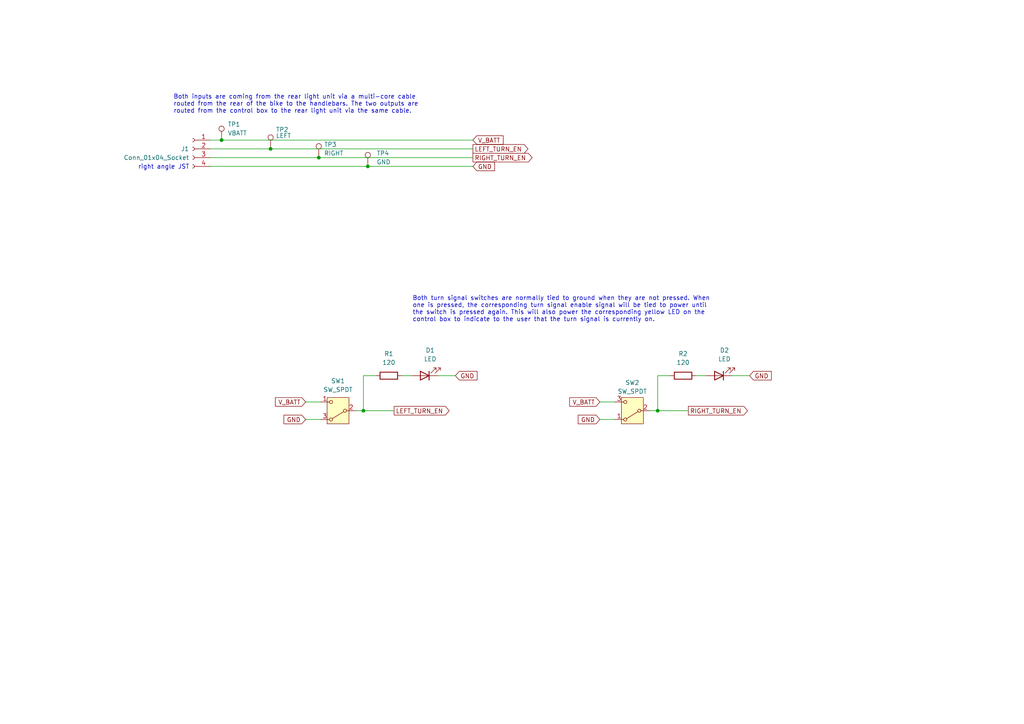
<source format=kicad_sch>
(kicad_sch (version 20231120) (generator "eeschema") (generator_version "8.0")
  (paper "A4")
  (title_block (title "FarrhadTech Rear Lights Unit Control Box") (date "2025-03-31"))
  (lib_symbols
    (symbol "Connector:Conn_01x04_Socket" (pin_names (offset 1.016) hide)
      (property "Reference" "J1" (at 1.016 0.0001 0))
      (property "Value" "Conn_01x04_Socket" (at 1.016 -2.5399 0))
      (symbol "Conn_01x04_Socket_1_1"
        (arc (start 0 -4.572) (mid -0.5058 -5.08) (end 0 -5.588) (stroke (width 0.1524)))
        (arc (start 0 -2.032) (mid -0.5058 -2.54) (end 0 -3.048) (stroke (width 0.1524)))
        (polyline (pts (xy -1.27 -5.08) (xy -0.508 -5.08)) (stroke (width 0.1524)))
        (polyline (pts (xy -1.27 -2.54) (xy -0.508 -2.54)) (stroke (width 0.1524)))
        (polyline (pts (xy -1.27 0) (xy -0.508 0)) (stroke (width 0.1524)))
        (polyline (pts (xy -1.27 2.54) (xy -0.508 2.54)) (stroke (width 0.1524)))
        (arc (start 0 0.508) (mid -0.5058 0) (end 0 -0.508) (stroke (width 0.1524)))
        (arc (start 0 3.048) (mid -0.5058 2.54) (end 0 2.032) (stroke (width 0.1524)))
        (pin passive line (at -5.08 2.54 0) (length 3.81) (name "Pin_1") (number "1"))
        (pin passive line (at -5.08 0 0) (length 3.81) (name "Pin_2") (number "2"))
        (pin passive line (at -5.08 -2.54 0) (length 3.81) (name "Pin_3") (number "3"))
        (pin passive line (at -5.08 -5.08 0) (length 3.81) (name "Pin_4") (number "4"))
      )
    )
    (symbol "Connector:TestPoint" (pin_numbers hide) (pin_names (offset 0.762) hide)
      (property "Reference" "TP" (at 0 6.858 0))
      (property "Value" "TestPoint" (at 0 5.08 0))
      (symbol "TestPoint_0_1"
        (circle (center 0 3.302) (radius 0.762))
      )
      (symbol "TestPoint_1_1"
        (pin passive line (at 0 0 90) (length 2.54) (name "1") (number "1"))
      )
    )
    (symbol "Device:LED" (pin_numbers hide) (pin_names (offset 1.016) hide)
      (property "Reference" "D" (at 0 2.54 0))
      (property "Value" "LED" (at 0 -2.54 0))
      (symbol "LED_0_1"
        (polyline (pts (xy -1.27 -1.27) (xy -1.27 1.27)) (stroke (width 0.254)))
        (polyline (pts (xy -1.27 0) (xy 1.27 0)))
        (polyline (pts (xy 1.27 -1.27) (xy 1.27 1.27) (xy -1.27 0) (xy 1.27 -1.27)) (stroke (width 0.254)))
        (polyline (pts (xy -3.048 -0.762) (xy -4.572 -2.286) (xy -3.81 -2.286) (xy -4.572 -2.286) (xy -4.572 -1.524)))
        (polyline (pts (xy -1.778 -0.762) (xy -3.302 -2.286) (xy -2.54 -2.286) (xy -3.302 -2.286) (xy -3.302 -1.524)))
      )
      (symbol "LED_1_1"
        (pin passive line (at -3.81 0 0) (length 2.54) (name "K") (number "1"))
        (pin passive line (at 3.81 0 180) (length 2.54) (name "A") (number "2"))
      )
    )
    (symbol "Device:R" (pin_numbers hide) (pin_names (offset 0))
      (property "Reference" "R" (at 2.032 0 90))
      (property "Value" "R" (at 0 0 90))
      (symbol "R_0_1"
        (rectangle (start -1.016 -2.54) (end 1.016 2.54) (stroke (width 0.254)))
      )
      (symbol "R_1_1"
        (pin passive line (at 0 3.81 270) (length 1.27) (name "~") (number "1"))
        (pin passive line (at 0 -3.81 90) (length 1.27) (name "~") (number "2"))
      )
    )
    (symbol "FarrhadTech:SW_SPDT" (pin_names (offset 0) hide)
      (property "Reference" "SW" (at 0 5.08 0))
      (property "Value" "SW_SPDT" (at 0 -5.08 0))
      (symbol "SW_SPDT_0_1"
        (circle (center -2.032 0) (radius 0.4572))
        (polyline (pts (xy -1.651 0.254) (xy 1.651 2.286)))
        (circle (center 2.032 -2.54) (radius 0.4572))
        (circle (center 2.032 2.54) (radius 0.4572))
      )
      (symbol "SW_SPDT_1_1"
        (rectangle (start -3.175 3.81) (end 3.175 -3.81) (fill (type background)))
        (pin passive line (at 5.08 -2.54 180) (length 2.54) (name "C") (number "1"))
        (pin passive line (at -5.08 0 0) (length 2.54) (name "B") (number "2"))
        (pin passive line (at 5.08 2.54 180) (length 2.54) (name "A") (number "3"))
      )
    )
    (symbol "Switch:SW_SPDT" (pin_names (offset 0) hide)
      (property "Reference" "SW" (at 0 5.08 0))
      (property "Value" "SW_SPDT" (at 0 -5.08 0))
      (symbol "SW_SPDT_0_1"
        (circle (center -2.032 0) (radius 0.4572))
        (polyline (pts (xy -1.651 0.254) (xy 1.651 2.286)))
        (circle (center 2.032 -2.54) (radius 0.4572))
        (circle (center 2.032 2.54) (radius 0.4572))
      )
      (symbol "SW_SPDT_1_1"
        (rectangle (start -3.175 3.81) (end 3.175 -3.81) (fill (type background)))
        (pin passive line (at 5.08 2.54 180) (length 2.54) (name "A") (number "1"))
        (pin passive line (at -5.08 0 0) (length 2.54) (name "B") (number "2"))
        (pin passive line (at 5.08 -2.54 180) (length 2.54) (name "C") (number "3"))
      )
    )
  )
  (junction (at 78.486 43.18))
  (junction (at 190.754 119.126))
  (junction (at 106.68 48.26))
  (junction (at 64.262 40.64))
  (junction (at 92.456 45.72))
  (junction (at 105.41 119.126))
  (wire (pts (xy 60.96 48.26) (xy 106.68 48.26)))
  (wire (pts (xy 64.262 40.64) (xy 137.16 40.64)))
  (wire (pts (xy 103.124 119.126) (xy 105.41 119.126)))
  (wire (pts (xy 188.468 119.126) (xy 190.754 119.126)))
  (wire (pts (xy 60.96 45.72) (xy 92.456 45.72)))
  (wire (pts (xy 60.96 43.18) (xy 78.486 43.18)))
  (wire (pts (xy 92.456 45.72) (xy 137.16 45.72)))
  (wire (pts (xy 190.754 108.966) (xy 190.754 119.126)))
  (wire (pts (xy 194.31 108.966) (xy 190.754 108.966)))
  (wire (pts (xy 105.41 108.966) (xy 105.41 119.126)))
  (wire (pts (xy 78.486 43.18) (xy 137.16 43.18)))
  (wire (pts (xy 127 108.966) (xy 132.08 108.966)))
  (wire (pts (xy 173.99 116.586) (xy 178.308 116.586)))
  (wire (pts (xy 60.96 40.64) (xy 64.262 40.64)))
  (wire (pts (xy 105.41 119.126) (xy 114.3 119.126)))
  (wire (pts (xy 106.68 48.26) (xy 137.16 48.26)))
  (wire (pts (xy 108.966 108.966) (xy 105.41 108.966)))
  (wire (pts (xy 88.646 116.586) (xy 92.964 116.586)))
  (wire (pts (xy 88.646 121.666) (xy 92.964 121.666)))
  (wire (pts (xy 173.99 121.666) (xy 178.308 121.666)))
  (wire (pts (xy 201.93 108.966) (xy 204.724 108.966)))
  (wire (pts (xy 190.754 119.126) (xy 199.644 119.126)))
  (wire (pts (xy 212.344 108.966) (xy 217.424 108.966)))
  (wire (pts (xy 116.586 108.966) (xy 119.38 108.966)))
  (text "Both turn signal switches are normally tied to ground when they are not pressed. When \none is pressed, the corresponding turn signal enable signal will be tied to power until \nthe switch is pressed again. This will also power the corresponding yellow LED on the \ncontrol box to indicate to the user that the turn signal is currently on." (at 119.634 89.662 0) (effects (font (size 1.27 1.27)) (justify left)))
  (text "Both inputs are coming from the rear light unit via a multi-core cable \nrouted from the rear of the bike to the handlebars. The two outputs are \nrouted from the control box to the rear light unit via the same cable." (at 50.292 30.226 0) (effects (font (size 1.27 1.27)) (justify left)))
  (text "right angle JST" (at 47.498 48.514 0) (effects (font (size 1.27 1.27))))
  (global_label "LEFT_TURN_EN" (shape output) (at 137.16 43.18 0) (property "Intersheetrefs" "${INTERSHEET_REFS}" (effects (hide yes))))
  (global_label "RIGHT_TURN_EN" (shape output) (at 199.644 119.126 0) (property "Intersheetrefs" "${INTERSHEET_REFS}" (effects (hide yes))))
  (global_label "GND" (shape input) (at 88.646 121.666 180) (property "Intersheetrefs" "${INTERSHEET_REFS}" (effects (hide yes))))
  (global_label "V_BATT" (shape input) (at 137.16 40.64 0) (property "Intersheetrefs" "${INTERSHEET_REFS}" (effects (hide yes))))
  (global_label "GND" (shape input) (at 173.99 121.666 180) (property "Intersheetrefs" "${INTERSHEET_REFS}" (effects (hide yes))))
  (global_label "GND" (shape input) (at 132.08 108.966 0) (property "Intersheetrefs" "${INTERSHEET_REFS}" (effects (hide yes))))
  (global_label "V_BATT" (shape input) (at 173.99 116.586 180) (property "Intersheetrefs" "${INTERSHEET_REFS}" (effects (hide yes))))
  (global_label "GND" (shape input) (at 137.16 48.26 0) (property "Intersheetrefs" "${INTERSHEET_REFS}" (effects (hide yes))))
  (global_label "GND" (shape input) (at 217.424 108.966 0) (property "Intersheetrefs" "${INTERSHEET_REFS}" (effects (hide yes))))
  (global_label "LEFT_TURN_EN" (shape output) (at 114.3 119.126 0) (property "Intersheetrefs" "${INTERSHEET_REFS}" (effects (hide yes))))
  (global_label "V_BATT" (shape input) (at 88.646 116.586 180) (property "Intersheetrefs" "${INTERSHEET_REFS}" (effects (hide yes))))
  (global_label "RIGHT_TURN_EN" (shape output) (at 137.16 45.72 0) (property "Intersheetrefs" "${INTERSHEET_REFS}" (effects (hide yes))))
  (symbol (lib_id "Connector:TestPoint") (at 64.262 40.64 0) (unit 1)
    (property "Reference" "TP1" (at 66.04 36.0679 0) (effects (justify left)))
    (property "Value" "VBATT" (at 66.04 38.6079 0) (effects (justify left)))
    (property "Footprint" "TestPoint:TestPoint_Keystone_5000-5004_Miniature" (effects (hide yes)))
    (property "Description" "Test point loop, red" (effects (hide yes)))
    (property "Part Num" "Keystone Electronics 5000" (effects (hide yes)))
  )
  (symbol (lib_id "Connector:TestPoint") (at 78.486 43.18 0) (unit 1)
    (property "Reference" "TP2" (at 80.01 37.592 0) (effects (justify left)))
    (property "Value" "LEFT" (at 80.01 39.37 0) (effects (justify left)))
    (property "Footprint" "TestPoint:TestPoint_Keystone_5000-5004_Miniature" (effects (hide yes)))
    (property "Description" "Test point loop, white" (effects (hide yes)))
    (property "Part Num" "Keystone Electronics 5001" (effects (hide yes)))
  )
  (symbol (lib_id "Connector:TestPoint") (at 106.68 48.26 0) (unit 1)
    (property "Reference" "TP4" (at 109.22 44.45 0) (effects (justify left)))
    (property "Value" "GND" (at 109.22 46.99 0) (effects (justify left)))
    (property "Footprint" "TestPoint:TestPoint_Keystone_5000-5004_Miniature" (effects (hide yes)))
    (property "Description" "Test point loop, black" (effects (hide yes)))
    (property "Part Num" "Keystone Electronics 5002" (effects (hide yes)))
  )
  (symbol (lib_id "Device:R") (at 198.12 108.966 90) (unit 1)
    (property "Reference" "R2" (at 198.12 102.616 90))
    (property "Value" "120" (at 198.12 105.156 90))
    (property "Footprint" "Resistor_THT:R_Axial_DIN0207_L6.3mm_D2.5mm_P10.16mm_Horizontal" (effects (hide yes)))
    (property "Description" "Resistor, 0.25 W, 1%" (effects (hide yes)))
    (property "Part Num" "MFR-25SFTF52-120R  " (effects (hide yes)))
  )
  (symbol (lib_id "Connector:TestPoint") (at 92.456 45.72 0) (unit 1)
    (property "Reference" "TP3" (at 93.98 41.91 0) (effects (justify left)))
    (property "Value" "RIGHT" (at 93.98 44.45 0) (effects (justify left)))
    (property "Footprint" "TestPoint:TestPoint_Keystone_5000-5004_Miniature" (effects (hide yes)))
    (property "Description" "Test point loop, white" (effects (hide yes)))
    (property "Part Num" "Keystone Electronics 5001" (effects (hide yes)))
  )
  (symbol (lib_id "Device:LED") (at 123.19 108.966 180) (unit 1)
    (property "Reference" "D1" (at 124.7775 101.6 0))
    (property "Value" "LED" (at 124.7775 104.14 0))
    (property "Footprint" "LED_THT:LED_D5.0mm" (effects (hide yes)))
    (property "Description" "Light emitting diode, yellow" (effects (hide yes)))
    (property "Part Num" "CHANZON 5mm LED" (effects (hide yes)))
  )
  (symbol (lib_id "Connector:Conn_01x04_Socket") (at 55.88 43.18 0) (mirror y) (unit 1)
    (property "Reference" "J1" (at 54.864 43.1799 0) (effects (justify left)))
    (property "Value" "Conn_01x04_Socket" (at 54.864 45.7199 0) (effects (justify left)))
    (property "Footprint" "Connector_JST:JST_XH_S4B-XH-A-1_1x04_P2.50mm_Horizontal" (effects (hide yes)))
    (property "Description" "01x04 pin JST right-angle connector" (effects (hide yes)))
    (property "Part Num" "JST XH-2.54" (effects (hide yes)))
  )
  (symbol (lib_id "Device:LED") (at 208.534 108.966 180) (unit 1)
    (property "Reference" "D2" (at 210.1215 101.6 0))
    (property "Value" "LED" (at 210.1215 104.14 0))
    (property "Footprint" "LED_THT:LED_D5.0mm" (effects (hide yes)))
    (property "Description" "Light emitting diode, yellow" (effects (hide yes)))
    (property "Part Num" "CHANZON 5mm LED" (effects (hide yes)))
  )
  (symbol (lib_id "Switch:SW_SPDT") (at 183.388 119.126 180) (unit 1)
    (property "Reference" "SW2" (at 183.388 110.998 0))
    (property "Value" "SW_SPDT" (at 183.388 113.538 0))
    (property "Footprint" "Button_Switch_THT:SW_Push_2P2T_Toggle_CK_PVA2xxH2xxxxxxV2" (effects (hide yes)))
    (property "Description" "Switch, single pole double throw" (effects (hide yes)))
    (property "Part Num" "SPDT SW" (effects (hide yes)))
  )
  (symbol (lib_id "FarrhadTech:SW_SPDT") (at 98.044 119.126 180) (unit 1)
    (property "Reference" "SW1" (at 98.044 110.49 0))
    (property "Value" "SW_SPDT" (at 98.044 113.03 0))
    (property "Footprint" "Button_Switch_THT:SW_Push_2P2T_Toggle_CK_PVA2xxH2xxxxxxV2" (effects (hide yes)))
    (property "Description" "Switch, single pole double throw" (effects (hide yes)))
    (property "Part Num" "SPDT SW" (effects (hide yes)))
  )
  (symbol (lib_id "Device:R") (at 112.776 108.966 90) (unit 1)
    (property "Reference" "R1" (at 112.776 102.616 90))
    (property "Value" "120" (at 112.776 105.156 90))
    (property "Footprint" "Resistor_THT:R_Axial_DIN0207_L6.3mm_D2.5mm_P10.16mm_Horizontal" (effects (hide yes)))
    (property "Description" "Resistor, 0.25 W, 1%" (effects (hide yes)))
    (property "Part Num" "MFR-25SFTF52-120R  " (effects (hide yes)))
  )
)
</source>
